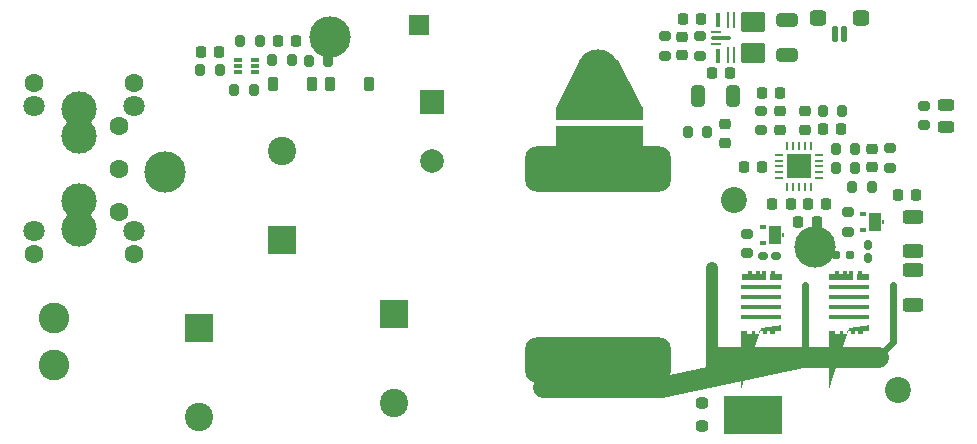
<source format=gbr>
%TF.GenerationSoftware,KiCad,Pcbnew,8.0.4*%
%TF.CreationDate,2024-09-15T19:14:59+02:00*%
%TF.ProjectId,PowerAmpSupply,506f7765-7241-46d7-9053-7570706c792e,rev?*%
%TF.SameCoordinates,Original*%
%TF.FileFunction,Soldermask,Top*%
%TF.FilePolarity,Negative*%
%FSLAX46Y46*%
G04 Gerber Fmt 4.6, Leading zero omitted, Abs format (unit mm)*
G04 Created by KiCad (PCBNEW 8.0.4) date 2024-09-15 19:14:59*
%MOMM*%
%LPD*%
G01*
G04 APERTURE LIST*
G04 Aperture macros list*
%AMRoundRect*
0 Rectangle with rounded corners*
0 $1 Rounding radius*
0 $2 $3 $4 $5 $6 $7 $8 $9 X,Y pos of 4 corners*
0 Add a 4 corners polygon primitive as box body*
4,1,4,$2,$3,$4,$5,$6,$7,$8,$9,$2,$3,0*
0 Add four circle primitives for the rounded corners*
1,1,$1+$1,$2,$3*
1,1,$1+$1,$4,$5*
1,1,$1+$1,$6,$7*
1,1,$1+$1,$8,$9*
0 Add four rect primitives between the rounded corners*
20,1,$1+$1,$2,$3,$4,$5,0*
20,1,$1+$1,$4,$5,$6,$7,0*
20,1,$1+$1,$6,$7,$8,$9,0*
20,1,$1+$1,$8,$9,$2,$3,0*%
%AMFreePoly0*
4,1,42,-0.170866,0.521194,-0.143806,0.494134,-0.140000,0.475000,-0.140000,0.235000,0.140000,0.235000,0.140000,0.475000,0.143806,0.494134,0.170866,0.521194,0.190000,0.525000,0.460000,0.525000,0.479134,0.521194,0.506194,0.494134,0.510000,0.475000,0.510000,0.235000,0.700000,0.235000,0.700000,0.475000,0.703806,0.494134,0.730866,0.521194,0.750000,0.525000,1.000000,0.525000,
1.019134,0.521194,1.046194,0.494134,1.050000,0.475000,1.050000,-0.185000,1.046194,-0.204134,1.019134,-0.231194,1.000000,-0.235000,-1.000000,-0.235000,-1.019134,-0.231194,-1.046194,-0.204134,-1.050000,-0.185000,-1.050000,0.185000,-1.046194,0.204134,-1.019134,0.231194,-1.000000,0.235000,-0.510000,0.235000,-0.510000,0.475000,-0.506194,0.494134,-0.479134,0.521194,-0.460000,0.525000,
-0.190000,0.525000,-0.170866,0.521194,-0.170866,0.521194,$1*%
%AMFreePoly1*
4,1,17,1.669134,0.181194,1.696194,0.154134,1.700000,0.135000,1.700000,-0.135000,1.696194,-0.154134,1.669134,-0.181194,1.650000,-0.185000,-1.650000,-0.185000,-1.669134,-0.181194,-1.696194,-0.154134,-1.700000,-0.135000,-1.700000,0.135000,-1.696194,0.154134,-1.669134,0.181194,-1.650000,0.185000,1.650000,0.185000,1.669134,0.181194,1.669134,0.181194,$1*%
%AMFreePoly2*
4,1,57,1.669134,0.231194,1.696194,0.204134,1.700000,0.185000,1.700000,-0.185000,1.696194,-0.204134,1.669134,-0.231194,1.650000,-0.235000,1.160000,-0.235000,1.160000,-0.475000,1.156194,-0.494134,1.129134,-0.521194,1.110000,-0.525000,0.840000,-0.525000,0.820866,-0.521194,0.793806,-0.494134,0.790000,-0.475000,0.790000,-0.235000,0.510000,-0.235000,0.510000,-0.475000,0.506194,-0.494134,
0.479134,-0.521194,0.460000,-0.525000,0.190000,-0.525000,0.170866,-0.521194,0.143806,-0.494134,0.140000,-0.475000,0.140000,-0.235000,-0.140000,-0.235000,-0.140000,-0.475000,-0.143806,-0.494134,-0.170866,-0.521194,-0.190000,-0.525000,-0.460000,-0.525000,-0.479134,-0.521194,-0.506194,-0.494134,-0.510000,-0.475000,-0.510000,-0.235000,-0.790000,-0.235000,-0.790000,-0.475000,-0.793806,-0.494134,
-0.820866,-0.521194,-0.840000,-0.525000,-1.110000,-0.525000,-1.129134,-0.521194,-1.156194,-0.494134,-1.160000,-0.475000,-1.160000,-0.235000,-1.650000,-0.235000,-1.669134,-0.231194,-1.696194,-0.204134,-1.700000,-0.185000,-1.700000,0.185000,-1.696194,0.204134,-1.669134,0.231194,-1.650000,0.235000,1.650000,0.235000,1.669134,0.231194,1.669134,0.231194,$1*%
%AMFreePoly3*
4,1,27,-0.092866,0.521194,-0.065806,0.494134,-0.062000,0.475000,-0.062000,0.235000,0.438000,0.235000,0.457134,0.231194,0.484194,0.204134,0.488000,0.185000,0.488000,-0.185000,0.484194,-0.204134,0.457134,-0.231194,0.438000,-0.235000,-0.447000,-0.235000,-0.466134,-0.231194,-0.493194,-0.204134,-0.497000,-0.185000,-0.497000,0.185000,-0.493194,0.204134,-0.466134,0.231194,-0.447000,0.235000,
-0.412000,0.235000,-0.412000,0.475000,-0.408194,0.494134,-0.381134,0.521194,-0.362000,0.525000,-0.112000,0.525000,-0.092866,0.521194,-0.092866,0.521194,$1*%
G04 Aperture macros list end*
%ADD10C,1.800000*%
%ADD11C,0.600000*%
%ADD12C,0.100000*%
%ADD13C,1.000000*%
%ADD14RoundRect,0.200000X-0.275000X0.200000X-0.275000X-0.200000X0.275000X-0.200000X0.275000X0.200000X0*%
%ADD15RoundRect,0.250000X-0.625000X0.312500X-0.625000X-0.312500X0.625000X-0.312500X0.625000X0.312500X0*%
%ADD16RoundRect,0.200000X0.200000X0.275000X-0.200000X0.275000X-0.200000X-0.275000X0.200000X-0.275000X0*%
%ADD17RoundRect,0.200000X0.275000X-0.200000X0.275000X0.200000X-0.275000X0.200000X-0.275000X-0.200000X0*%
%ADD18RoundRect,0.225000X0.250000X-0.225000X0.250000X0.225000X-0.250000X0.225000X-0.250000X-0.225000X0*%
%ADD19RoundRect,0.200000X-0.200000X-0.275000X0.200000X-0.275000X0.200000X0.275000X-0.200000X0.275000X0*%
%ADD20RoundRect,0.225000X-0.250000X0.225000X-0.250000X-0.225000X0.250000X-0.225000X0.250000X0.225000X0*%
%ADD21C,2.200000*%
%ADD22O,0.700000X0.240000*%
%ADD23O,0.240000X0.700000*%
%ADD24R,2.049999X2.049999*%
%ADD25RoundRect,0.160000X0.197500X0.160000X-0.197500X0.160000X-0.197500X-0.160000X0.197500X-0.160000X0*%
%ADD26C,3.500000*%
%ADD27FreePoly0,0.000000*%
%ADD28FreePoly1,0.000000*%
%ADD29FreePoly2,0.000000*%
%ADD30FreePoly3,0.000000*%
%ADD31RoundRect,0.225000X0.225000X0.250000X-0.225000X0.250000X-0.225000X-0.250000X0.225000X-0.250000X0*%
%ADD32RoundRect,0.125000X0.125000X0.525000X-0.125000X0.525000X-0.125000X-0.525000X0.125000X-0.525000X0*%
%ADD33RoundRect,0.325000X0.375000X0.325000X-0.375000X0.325000X-0.375000X-0.325000X0.375000X-0.325000X0*%
%ADD34RoundRect,0.225000X-0.225000X-0.250000X0.225000X-0.250000X0.225000X0.250000X-0.225000X0.250000X0*%
%ADD35RoundRect,0.250000X-1.450000X0.250000X-1.450000X-0.250000X1.450000X-0.250000X1.450000X0.250000X0*%
%ADD36C,2.600000*%
%ADD37R,1.700000X1.700000*%
%ADD38RoundRect,0.250000X0.325000X0.650000X-0.325000X0.650000X-0.325000X-0.650000X0.325000X-0.650000X0*%
%ADD39R,2.400000X2.400000*%
%ADD40C,2.400000*%
%ADD41RoundRect,0.160000X0.222500X0.160000X-0.222500X0.160000X-0.222500X-0.160000X0.222500X-0.160000X0*%
%ADD42R,2.000000X2.000000*%
%ADD43C,2.000000*%
%ADD44RoundRect,0.250000X0.650000X-0.325000X0.650000X0.325000X-0.650000X0.325000X-0.650000X-0.325000X0*%
%ADD45RoundRect,0.100000X-0.150000X-0.100000X0.150000X-0.100000X0.150000X0.100000X-0.150000X0.100000X0*%
%ADD46R,1.100000X1.600000*%
%ADD47R,0.250000X0.400000*%
%ADD48C,3.000000*%
%ADD49C,1.600000*%
%ADD50C,1.800000*%
%ADD51RoundRect,0.956250X-5.203750X0.956250X-5.203750X-0.956250X5.203750X-0.956250X5.203750X0.956250X0*%
%ADD52RoundRect,0.243750X-0.456250X0.243750X-0.456250X-0.243750X0.456250X-0.243750X0.456250X0.243750X0*%
%ADD53RoundRect,0.092500X0.092500X-0.520000X0.092500X0.520000X-0.092500X0.520000X-0.092500X-0.520000X0*%
%ADD54RoundRect,0.062500X0.062500X-0.587500X0.062500X0.587500X-0.062500X0.587500X-0.062500X-0.587500X0*%
%ADD55RoundRect,0.170000X0.855000X-0.680000X0.855000X0.680000X-0.855000X0.680000X-0.855000X-0.680000X0*%
%ADD56RoundRect,0.062500X0.387500X-0.062500X0.387500X0.062500X-0.387500X0.062500X-0.387500X-0.062500X0*%
%ADD57RoundRect,0.075000X0.735000X-0.075000X0.735000X0.075000X-0.735000X0.075000X-0.735000X-0.075000X0*%
%ADD58RoundRect,0.085000X0.265000X0.085000X-0.265000X0.085000X-0.265000X-0.085000X0.265000X-0.085000X0*%
%ADD59RoundRect,0.237500X0.262500X-0.237500X0.262500X0.237500X-0.262500X0.237500X-0.262500X-0.237500X0*%
%ADD60R,4.900000X3.200000*%
%ADD61RoundRect,0.225000X-0.225000X-0.375000X0.225000X-0.375000X0.225000X0.375000X-0.225000X0.375000X0*%
%ADD62RoundRect,0.225000X0.225000X0.375000X-0.225000X0.375000X-0.225000X-0.375000X0.225000X-0.375000X0*%
%ADD63RoundRect,0.160000X-0.160000X0.222500X-0.160000X-0.222500X0.160000X-0.222500X0.160000X0.222500X0*%
G04 APERTURE END LIST*
D10*
X164800000Y-112200000D02*
X176700000Y-109600000D01*
X154800000Y-112200000D02*
X164800000Y-112200000D01*
D11*
X183200000Y-109600000D02*
X184400000Y-108400000D01*
X184400000Y-108400000D02*
X184400000Y-103500000D01*
D12*
X155900000Y-90100000D02*
X163200000Y-90100000D01*
X163200000Y-92100000D01*
X155900000Y-92100000D01*
X155900000Y-90100000D01*
G36*
X155900000Y-90100000D02*
G01*
X163200000Y-90100000D01*
X163200000Y-92100000D01*
X155900000Y-92100000D01*
X155900000Y-90100000D01*
G37*
D10*
X169600000Y-109600000D02*
X183200000Y-109600000D01*
D11*
X177000000Y-103500000D02*
X177000000Y-109300000D01*
D13*
X169100000Y-110800000D02*
X169100000Y-102100000D01*
D12*
X163150000Y-88550000D02*
X163150000Y-89500000D01*
X155900000Y-89500000D01*
X155900000Y-88550000D01*
X157950000Y-84500000D01*
X161050000Y-84500000D01*
X163150000Y-88550000D01*
G36*
X163150000Y-88550000D02*
G01*
X163150000Y-89500000D01*
X155900000Y-89500000D01*
X155900000Y-88550000D01*
X157950000Y-84500000D01*
X161050000Y-84500000D01*
X163150000Y-88550000D01*
G37*
D14*
%TO.C,R18*%
X165100000Y-82475000D03*
X165100000Y-84125000D03*
%TD*%
D15*
%TO.C,R10*%
X186100000Y-97737500D03*
X186100000Y-100662500D03*
%TD*%
D16*
%TO.C,R5*%
X181225000Y-93600000D03*
X179575000Y-93600000D03*
%TD*%
D17*
%TO.C,R6*%
X184200000Y-93625000D03*
X184200000Y-91975000D03*
%TD*%
D18*
%TO.C,C16*%
X177000000Y-90375000D03*
X177000000Y-88825000D03*
%TD*%
D19*
%TO.C,R31*%
X125775000Y-85300000D03*
X127425000Y-85300000D03*
%TD*%
D16*
%TO.C,R30*%
X130325000Y-87000000D03*
X128675000Y-87000000D03*
%TD*%
D20*
%TO.C,C2*%
X170200000Y-89925000D03*
X170200000Y-91475000D03*
%TD*%
D21*
%TO.C,REF\u002A\u002A*%
X171000000Y-96300000D03*
X184900000Y-112400000D03*
%TD*%
D22*
%TO.C,U1*%
X174800000Y-92500000D03*
X174800000Y-93000000D03*
X174800000Y-93500000D03*
X174800000Y-94000000D03*
X174800000Y-94500000D03*
D23*
X175500000Y-95200000D03*
X176000000Y-95200000D03*
X176500000Y-95200000D03*
X177000000Y-95200000D03*
X177500000Y-95200000D03*
D22*
X178200000Y-94500000D03*
X178200000Y-94000000D03*
X178200000Y-93500000D03*
X178200000Y-93000000D03*
X178200000Y-92500000D03*
D23*
X177500000Y-91800000D03*
X177000000Y-91800000D03*
X176500000Y-91800000D03*
X176000000Y-91800000D03*
X175500000Y-91800000D03*
D24*
X176500000Y-93500000D03*
%TD*%
D25*
%TO.C,TH1*%
X180797500Y-101000000D03*
X179602500Y-101000000D03*
%TD*%
D16*
%TO.C,R24*%
X136625000Y-84600000D03*
X134975000Y-84600000D03*
%TD*%
%TO.C,R3*%
X168725000Y-90600000D03*
X167075000Y-90600000D03*
%TD*%
D26*
%TO.C,J2*%
X159500000Y-85300000D03*
%TD*%
D27*
%TO.C,Q1*%
X172650000Y-102825000D03*
D28*
X173300000Y-103725000D03*
X173300000Y-104575000D03*
X173300000Y-105425000D03*
X173300000Y-106275000D03*
D29*
X173300000Y-107175000D03*
D30*
X174512000Y-102825000D03*
%TD*%
D31*
%TO.C,C3*%
X175775000Y-96700000D03*
X174225000Y-96700000D03*
%TD*%
D32*
%TO.C,M1*%
X179500000Y-82250000D03*
X180300000Y-82250000D03*
D33*
X181700000Y-80950000D03*
X178100000Y-80950000D03*
%TD*%
D34*
%TO.C,C13*%
X171825000Y-93550000D03*
X173375000Y-93550000D03*
%TD*%
D17*
%TO.C,R11*%
X173300000Y-90425000D03*
X173300000Y-88775000D03*
%TD*%
D34*
%TO.C,C19*%
X173325000Y-87300000D03*
X174875000Y-87300000D03*
%TD*%
D16*
%TO.C,R28*%
X133525000Y-84500000D03*
X131875000Y-84500000D03*
%TD*%
D19*
%TO.C,R12*%
X178475000Y-88800000D03*
X180125000Y-88800000D03*
%TD*%
D35*
%TO.C,R1*%
X161500000Y-89050000D03*
X161500000Y-90550000D03*
%TD*%
D19*
%TO.C,R23*%
X129175000Y-82900000D03*
X130825000Y-82900000D03*
%TD*%
D31*
%TO.C,C40*%
X168175000Y-81000000D03*
X166625000Y-81000000D03*
%TD*%
D14*
%TO.C,R14*%
X187100000Y-88375000D03*
X187100000Y-90025000D03*
%TD*%
D36*
%TO.C,J6*%
X113375000Y-110281200D03*
X113375000Y-106318800D03*
%TD*%
D34*
%TO.C,C15*%
X178525000Y-90300000D03*
X180075000Y-90300000D03*
%TD*%
D37*
%TO.C,J7*%
X144300000Y-81500000D03*
%TD*%
D18*
%TO.C,C4*%
X182700000Y-93575000D03*
X182700000Y-92025000D03*
%TD*%
D14*
%TO.C,R8*%
X180600000Y-97375000D03*
X180600000Y-99025000D03*
%TD*%
D34*
%TO.C,C47*%
X125825000Y-83800000D03*
X127375000Y-83800000D03*
%TD*%
D38*
%TO.C,C37*%
X170875000Y-87500000D03*
X167925000Y-87500000D03*
%TD*%
D39*
%TO.C,C28*%
X125700000Y-107187246D03*
D40*
X125700000Y-114687246D03*
%TD*%
D34*
%TO.C,C12*%
X177225000Y-96700000D03*
X178775000Y-96700000D03*
%TD*%
D41*
%TO.C,FB1*%
X174572500Y-101100000D03*
X173427500Y-101100000D03*
%TD*%
D42*
%TO.C,C7*%
X145400000Y-88032323D03*
D43*
X145400000Y-93032323D03*
%TD*%
D44*
%TO.C,C39*%
X175500000Y-84075000D03*
X175500000Y-81125000D03*
%TD*%
D27*
%TO.C,Q3*%
X180050000Y-102825000D03*
D28*
X180700000Y-103725000D03*
X180700000Y-104575000D03*
X180700000Y-105425000D03*
X180700000Y-106275000D03*
D29*
X180700000Y-107175000D03*
D30*
X181912000Y-102825000D03*
%TD*%
D35*
%TO.C,R2*%
X157600000Y-89050000D03*
X157600000Y-90550000D03*
%TD*%
D45*
%TO.C,Q4*%
X181900000Y-97550000D03*
X181900000Y-98850000D03*
D46*
X182950000Y-98200000D03*
D47*
X183625000Y-98200000D03*
%TD*%
D48*
%TO.C,J5*%
X115500000Y-96450000D03*
X115500000Y-98750000D03*
X115500000Y-88650000D03*
X115500000Y-90950000D03*
D49*
X118875000Y-97350000D03*
X118875000Y-93700000D03*
X118875000Y-90050000D03*
X111700000Y-86450000D03*
D50*
X111700000Y-88400000D03*
X111700000Y-99000000D03*
D49*
X111700000Y-100950000D03*
X120150000Y-86450000D03*
D50*
X120150000Y-88400000D03*
X120150000Y-99000000D03*
D49*
X120150000Y-100950000D03*
%TD*%
D51*
%TO.C,L1*%
X159500000Y-93677500D03*
X159500000Y-109922500D03*
%TD*%
D19*
%TO.C,R4*%
X180975000Y-95200000D03*
X182625000Y-95200000D03*
%TD*%
D52*
%TO.C,D2*%
X188900000Y-88262500D03*
X188900000Y-90137500D03*
%TD*%
D53*
%TO.C,U4*%
X169640000Y-84137500D03*
D54*
X170450000Y-84100000D03*
X170950000Y-84100000D03*
D55*
X172595000Y-83900000D03*
X172595000Y-81300000D03*
D54*
X170950000Y-81100000D03*
X170450000Y-81100000D03*
D53*
X169650000Y-81062500D03*
D56*
X169490000Y-82100000D03*
D57*
X169850000Y-82600000D03*
D56*
X169490000Y-83100000D03*
%TD*%
D58*
%TO.C,Q6*%
X130450000Y-85500000D03*
X130450000Y-85000000D03*
X130450000Y-84500000D03*
X128950000Y-84500000D03*
X128950000Y-85000000D03*
X128950000Y-85500000D03*
%TD*%
D20*
%TO.C,C35*%
X166600000Y-82525000D03*
X166600000Y-84075000D03*
%TD*%
D45*
%TO.C,Q2*%
X173400000Y-98650000D03*
X173400000Y-99950000D03*
D46*
X174450000Y-99300000D03*
D47*
X175125000Y-99300000D03*
%TD*%
D59*
%TO.C,D1*%
X168250000Y-115470000D03*
X168250000Y-113530000D03*
D60*
X172600000Y-114500000D03*
%TD*%
D34*
%TO.C,C42*%
X132325000Y-82900000D03*
X133875000Y-82900000D03*
%TD*%
D19*
%TO.C,R13*%
X179575000Y-92000000D03*
X181225000Y-92000000D03*
%TD*%
D14*
%TO.C,R20*%
X168100000Y-82475000D03*
X168100000Y-84125000D03*
%TD*%
D31*
%TO.C,C1*%
X177975000Y-98200000D03*
X176425000Y-98200000D03*
%TD*%
D15*
%TO.C,R9*%
X186100000Y-102300000D03*
X186100000Y-105225000D03*
%TD*%
D39*
%TO.C,C26*%
X142200000Y-105987246D03*
D40*
X142200000Y-113487246D03*
%TD*%
D31*
%TO.C,C38*%
X170675000Y-85600000D03*
X169125000Y-85600000D03*
%TD*%
D61*
%TO.C,D5*%
X131950000Y-86500000D03*
X135250000Y-86500000D03*
%TD*%
D26*
%TO.C,J3*%
X122800000Y-94000000D03*
%TD*%
D39*
%TO.C,C27*%
X132700000Y-99712755D03*
D40*
X132700000Y-92212755D03*
%TD*%
D14*
%TO.C,R7*%
X172100000Y-99175000D03*
X172100000Y-100825000D03*
%TD*%
D62*
%TO.C,D3*%
X140050000Y-86500000D03*
X136750000Y-86500000D03*
%TD*%
D26*
%TO.C,J1*%
X136800000Y-82500000D03*
%TD*%
D63*
%TO.C,FB2*%
X182300000Y-100127500D03*
X182300000Y-101272500D03*
%TD*%
D18*
%TO.C,C17*%
X174900000Y-90375000D03*
X174900000Y-88825000D03*
%TD*%
D34*
%TO.C,C18*%
X184825000Y-95900000D03*
X186375000Y-95900000D03*
%TD*%
D26*
%TO.C,J4*%
X177800000Y-100300000D03*
%TD*%
M02*

</source>
